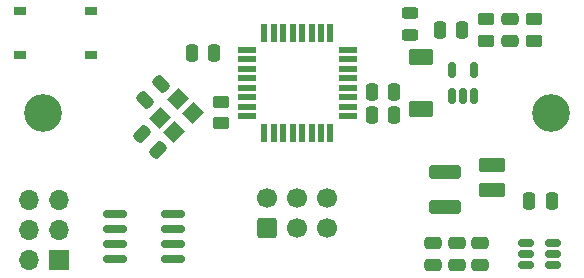
<source format=gts>
G04 #@! TF.GenerationSoftware,KiCad,Pcbnew,8.0.5*
G04 #@! TF.CreationDate,2024-09-14T16:18:36+01:00*
G04 #@! TF.ProjectId,RotationEncoder,526f7461-7469-46f6-9e45-6e636f646572,rev?*
G04 #@! TF.SameCoordinates,Original*
G04 #@! TF.FileFunction,Soldermask,Top*
G04 #@! TF.FilePolarity,Negative*
%FSLAX46Y46*%
G04 Gerber Fmt 4.6, Leading zero omitted, Abs format (unit mm)*
G04 Created by KiCad (PCBNEW 8.0.5) date 2024-09-14 16:18:36*
%MOMM*%
%LPD*%
G01*
G04 APERTURE LIST*
G04 Aperture macros list*
%AMRoundRect*
0 Rectangle with rounded corners*
0 $1 Rounding radius*
0 $2 $3 $4 $5 $6 $7 $8 $9 X,Y pos of 4 corners*
0 Add a 4 corners polygon primitive as box body*
4,1,4,$2,$3,$4,$5,$6,$7,$8,$9,$2,$3,0*
0 Add four circle primitives for the rounded corners*
1,1,$1+$1,$2,$3*
1,1,$1+$1,$4,$5*
1,1,$1+$1,$6,$7*
1,1,$1+$1,$8,$9*
0 Add four rect primitives between the rounded corners*
20,1,$1+$1,$2,$3,$4,$5,0*
20,1,$1+$1,$4,$5,$6,$7,0*
20,1,$1+$1,$6,$7,$8,$9,0*
20,1,$1+$1,$8,$9,$2,$3,0*%
%AMRotRect*
0 Rectangle, with rotation*
0 The origin of the aperture is its center*
0 $1 length*
0 $2 width*
0 $3 Rotation angle, in degrees counterclockwise*
0 Add horizontal line*
21,1,$1,$2,0,0,$3*%
G04 Aperture macros list end*
%ADD10RoundRect,0.250000X-0.250000X-0.475000X0.250000X-0.475000X0.250000X0.475000X-0.250000X0.475000X0*%
%ADD11RoundRect,0.250000X-0.475000X0.250000X-0.475000X-0.250000X0.475000X-0.250000X0.475000X0.250000X0*%
%ADD12RoundRect,0.243750X-0.456250X0.243750X-0.456250X-0.243750X0.456250X-0.243750X0.456250X0.243750X0*%
%ADD13C,3.200000*%
%ADD14RoundRect,0.150000X-0.512500X-0.150000X0.512500X-0.150000X0.512500X0.150000X-0.512500X0.150000X0*%
%ADD15RoundRect,0.250000X0.850000X-0.375000X0.850000X0.375000X-0.850000X0.375000X-0.850000X-0.375000X0*%
%ADD16RoundRect,0.150000X-0.825000X-0.150000X0.825000X-0.150000X0.825000X0.150000X-0.825000X0.150000X0*%
%ADD17RoundRect,0.250000X0.600000X-0.600000X0.600000X0.600000X-0.600000X0.600000X-0.600000X-0.600000X0*%
%ADD18C,1.700000*%
%ADD19RoundRect,0.150000X0.150000X-0.512500X0.150000X0.512500X-0.150000X0.512500X-0.150000X-0.512500X0*%
%ADD20RoundRect,0.250000X-0.159099X0.512652X-0.512652X0.159099X0.159099X-0.512652X0.512652X-0.159099X0*%
%ADD21RoundRect,0.250000X0.250000X0.475000X-0.250000X0.475000X-0.250000X-0.475000X0.250000X-0.475000X0*%
%ADD22RoundRect,0.250000X0.475000X-0.250000X0.475000X0.250000X-0.475000X0.250000X-0.475000X-0.250000X0*%
%ADD23RoundRect,0.250000X-0.450000X0.262500X-0.450000X-0.262500X0.450000X-0.262500X0.450000X0.262500X0*%
%ADD24RoundRect,0.250000X0.512652X0.159099X0.159099X0.512652X-0.512652X-0.159099X-0.159099X-0.512652X0*%
%ADD25R,1.600000X0.550000*%
%ADD26R,0.550000X1.600000*%
%ADD27RoundRect,0.250000X0.800000X-0.450000X0.800000X0.450000X-0.800000X0.450000X-0.800000X-0.450000X0*%
%ADD28RoundRect,0.250000X0.450000X-0.262500X0.450000X0.262500X-0.450000X0.262500X-0.450000X-0.262500X0*%
%ADD29RotRect,1.400000X1.200000X45.000000*%
%ADD30R,1.000000X0.750000*%
%ADD31R,1.700000X1.700000*%
%ADD32O,1.700000X1.700000*%
%ADD33RoundRect,0.250000X-1.100000X0.325000X-1.100000X-0.325000X1.100000X-0.325000X1.100000X0.325000X0*%
G04 APERTURE END LIST*
D10*
X151300000Y-90250000D03*
X153200000Y-90250000D03*
D11*
X163000000Y-82050000D03*
X163000000Y-83950000D03*
D12*
X154500000Y-81562500D03*
X154500000Y-83437500D03*
D13*
X123500000Y-90000000D03*
D14*
X164362500Y-101050000D03*
X164362500Y-102000000D03*
X164362500Y-102950000D03*
X166637500Y-102950000D03*
X166637500Y-102000000D03*
X166637500Y-101050000D03*
D13*
X166500000Y-90000000D03*
D15*
X161500000Y-96575000D03*
X161500000Y-94425000D03*
D16*
X129525000Y-98595000D03*
X129525000Y-99865000D03*
X129525000Y-101135000D03*
X129525000Y-102405000D03*
X134475000Y-102405000D03*
X134475000Y-101135000D03*
X134475000Y-99865000D03*
X134475000Y-98595000D03*
D17*
X142455000Y-99752500D03*
D18*
X142455000Y-97212500D03*
X144995000Y-99752500D03*
X144995000Y-97212500D03*
X147535000Y-99752500D03*
X147535000Y-97212500D03*
D19*
X158050000Y-88637500D03*
X159000000Y-88637500D03*
X159950000Y-88637500D03*
X159950000Y-86362500D03*
X158050000Y-86362500D03*
D20*
X133421751Y-87578249D03*
X132078249Y-88921751D03*
D21*
X166550000Y-97500000D03*
X164650000Y-97500000D03*
D22*
X156500000Y-102950000D03*
X156500000Y-101050000D03*
D10*
X157050000Y-83000000D03*
X158950000Y-83000000D03*
D23*
X165000000Y-82087500D03*
X165000000Y-83912500D03*
D24*
X133171751Y-93171751D03*
X131828249Y-91828249D03*
D25*
X140750000Y-84700000D03*
X140750000Y-85500000D03*
X140750000Y-86300000D03*
X140750000Y-87100000D03*
X140750000Y-87900000D03*
X140750000Y-88700000D03*
X140750000Y-89500000D03*
X140750000Y-90300000D03*
D26*
X142200000Y-91750000D03*
X143000000Y-91750000D03*
X143800000Y-91750000D03*
X144600000Y-91750000D03*
X145400000Y-91750000D03*
X146200000Y-91750000D03*
X147000000Y-91750000D03*
X147800000Y-91750000D03*
D25*
X149250000Y-90300000D03*
X149250000Y-89500000D03*
X149250000Y-88700000D03*
X149250000Y-87900000D03*
X149250000Y-87100000D03*
X149250000Y-86300000D03*
X149250000Y-85500000D03*
X149250000Y-84700000D03*
D26*
X147800000Y-83250000D03*
X147000000Y-83250000D03*
X146200000Y-83250000D03*
X145400000Y-83250000D03*
X144600000Y-83250000D03*
X143800000Y-83250000D03*
X143000000Y-83250000D03*
X142200000Y-83250000D03*
D27*
X155500000Y-89700000D03*
X155500000Y-85300000D03*
D11*
X158500000Y-101050000D03*
X158500000Y-102950000D03*
D28*
X138500000Y-90912500D03*
X138500000Y-89087500D03*
D29*
X134573223Y-91628858D03*
X136128858Y-90073223D03*
X134926777Y-88871142D03*
X133371142Y-90426777D03*
D30*
X121500000Y-81375000D03*
X127500000Y-81375000D03*
X121500000Y-85125000D03*
X127500000Y-85125000D03*
D31*
X124775000Y-102525000D03*
D32*
X122235000Y-102525000D03*
X124775000Y-99985000D03*
X122235000Y-99985000D03*
X124775000Y-97445000D03*
X122235000Y-97445000D03*
D33*
X157500000Y-95050000D03*
X157500000Y-98000000D03*
D28*
X161000000Y-83912500D03*
X161000000Y-82087500D03*
D22*
X160500000Y-102950000D03*
X160500000Y-101050000D03*
D10*
X151300000Y-88250000D03*
X153200000Y-88250000D03*
D21*
X137950000Y-85000000D03*
X136050000Y-85000000D03*
M02*

</source>
